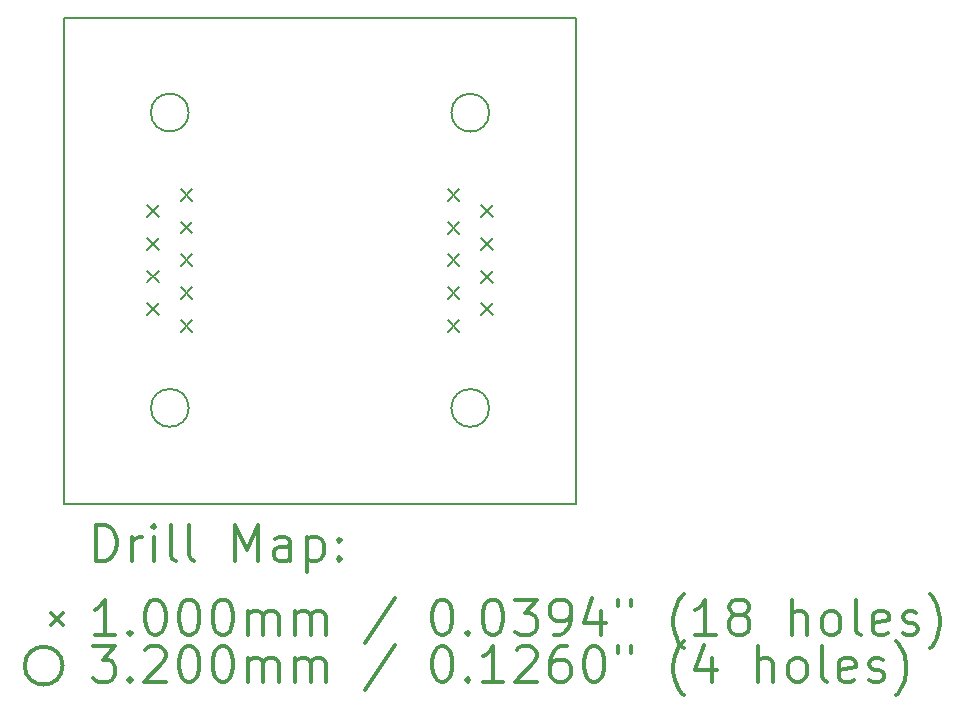
<source format=gbr>
%FSLAX45Y45*%
G04 Gerber Fmt 4.5, Leading zero omitted, Abs format (unit mm)*
G04 Created by KiCad (PCBNEW 5.1.10-88a1d61d58~88~ubuntu20.04.1) date 2021-05-09 22:10:33*
%MOMM*%
%LPD*%
G01*
G04 APERTURE LIST*
%TA.AperFunction,Profile*%
%ADD10C,0.200000*%
%TD*%
%ADD11C,0.200000*%
%ADD12C,0.300000*%
G04 APERTURE END LIST*
D10*
X11960000Y-7620000D02*
X11960000Y-3500000D01*
X16300000Y-7620000D02*
X11960000Y-7620000D01*
X16300000Y-3500000D02*
X16300000Y-7620000D01*
X11960000Y-3500000D02*
X16300000Y-3500000D01*
D11*
X12666000Y-5087500D02*
X12766000Y-5187500D01*
X12766000Y-5087500D02*
X12666000Y-5187500D01*
X12666000Y-5364500D02*
X12766000Y-5464500D01*
X12766000Y-5364500D02*
X12666000Y-5464500D01*
X12666000Y-5641500D02*
X12766000Y-5741500D01*
X12766000Y-5641500D02*
X12666000Y-5741500D01*
X12666000Y-5918500D02*
X12766000Y-6018500D01*
X12766000Y-5918500D02*
X12666000Y-6018500D01*
X12950000Y-4949000D02*
X13050000Y-5049000D01*
X13050000Y-4949000D02*
X12950000Y-5049000D01*
X12950000Y-5226000D02*
X13050000Y-5326000D01*
X13050000Y-5226000D02*
X12950000Y-5326000D01*
X12950000Y-5503000D02*
X13050000Y-5603000D01*
X13050000Y-5503000D02*
X12950000Y-5603000D01*
X12950000Y-5780000D02*
X13050000Y-5880000D01*
X13050000Y-5780000D02*
X12950000Y-5880000D01*
X12950000Y-6057000D02*
X13050000Y-6157000D01*
X13050000Y-6057000D02*
X12950000Y-6157000D01*
X15210000Y-4950000D02*
X15310000Y-5050000D01*
X15310000Y-4950000D02*
X15210000Y-5050000D01*
X15210000Y-5227000D02*
X15310000Y-5327000D01*
X15310000Y-5227000D02*
X15210000Y-5327000D01*
X15210000Y-5504000D02*
X15310000Y-5604000D01*
X15310000Y-5504000D02*
X15210000Y-5604000D01*
X15210000Y-5781000D02*
X15310000Y-5881000D01*
X15310000Y-5781000D02*
X15210000Y-5881000D01*
X15210000Y-6058000D02*
X15310000Y-6158000D01*
X15310000Y-6058000D02*
X15210000Y-6158000D01*
X15494000Y-5088500D02*
X15594000Y-5188500D01*
X15594000Y-5088500D02*
X15494000Y-5188500D01*
X15494000Y-5365500D02*
X15594000Y-5465500D01*
X15594000Y-5365500D02*
X15494000Y-5465500D01*
X15494000Y-5642500D02*
X15594000Y-5742500D01*
X15594000Y-5642500D02*
X15494000Y-5742500D01*
X15494000Y-5919500D02*
X15594000Y-6019500D01*
X15594000Y-5919500D02*
X15494000Y-6019500D01*
X13018000Y-4303000D02*
G75*
G03*
X13018000Y-4303000I-160000J0D01*
G01*
X13018000Y-6803000D02*
G75*
G03*
X13018000Y-6803000I-160000J0D01*
G01*
X15562000Y-4304000D02*
G75*
G03*
X15562000Y-4304000I-160000J0D01*
G01*
X15562000Y-6804000D02*
G75*
G03*
X15562000Y-6804000I-160000J0D01*
G01*
D12*
X12236428Y-8095714D02*
X12236428Y-7795714D01*
X12307857Y-7795714D01*
X12350714Y-7810000D01*
X12379286Y-7838571D01*
X12393571Y-7867143D01*
X12407857Y-7924286D01*
X12407857Y-7967143D01*
X12393571Y-8024286D01*
X12379286Y-8052857D01*
X12350714Y-8081429D01*
X12307857Y-8095714D01*
X12236428Y-8095714D01*
X12536428Y-8095714D02*
X12536428Y-7895714D01*
X12536428Y-7952857D02*
X12550714Y-7924286D01*
X12565000Y-7910000D01*
X12593571Y-7895714D01*
X12622143Y-7895714D01*
X12722143Y-8095714D02*
X12722143Y-7895714D01*
X12722143Y-7795714D02*
X12707857Y-7810000D01*
X12722143Y-7824286D01*
X12736428Y-7810000D01*
X12722143Y-7795714D01*
X12722143Y-7824286D01*
X12907857Y-8095714D02*
X12879286Y-8081429D01*
X12865000Y-8052857D01*
X12865000Y-7795714D01*
X13065000Y-8095714D02*
X13036428Y-8081429D01*
X13022143Y-8052857D01*
X13022143Y-7795714D01*
X13407857Y-8095714D02*
X13407857Y-7795714D01*
X13507857Y-8010000D01*
X13607857Y-7795714D01*
X13607857Y-8095714D01*
X13879286Y-8095714D02*
X13879286Y-7938571D01*
X13865000Y-7910000D01*
X13836428Y-7895714D01*
X13779286Y-7895714D01*
X13750714Y-7910000D01*
X13879286Y-8081429D02*
X13850714Y-8095714D01*
X13779286Y-8095714D01*
X13750714Y-8081429D01*
X13736428Y-8052857D01*
X13736428Y-8024286D01*
X13750714Y-7995714D01*
X13779286Y-7981429D01*
X13850714Y-7981429D01*
X13879286Y-7967143D01*
X14022143Y-7895714D02*
X14022143Y-8195714D01*
X14022143Y-7910000D02*
X14050714Y-7895714D01*
X14107857Y-7895714D01*
X14136428Y-7910000D01*
X14150714Y-7924286D01*
X14165000Y-7952857D01*
X14165000Y-8038571D01*
X14150714Y-8067143D01*
X14136428Y-8081429D01*
X14107857Y-8095714D01*
X14050714Y-8095714D01*
X14022143Y-8081429D01*
X14293571Y-8067143D02*
X14307857Y-8081429D01*
X14293571Y-8095714D01*
X14279286Y-8081429D01*
X14293571Y-8067143D01*
X14293571Y-8095714D01*
X14293571Y-7910000D02*
X14307857Y-7924286D01*
X14293571Y-7938571D01*
X14279286Y-7924286D01*
X14293571Y-7910000D01*
X14293571Y-7938571D01*
X11850000Y-8540000D02*
X11950000Y-8640000D01*
X11950000Y-8540000D02*
X11850000Y-8640000D01*
X12393571Y-8725714D02*
X12222143Y-8725714D01*
X12307857Y-8725714D02*
X12307857Y-8425714D01*
X12279286Y-8468572D01*
X12250714Y-8497143D01*
X12222143Y-8511429D01*
X12522143Y-8697143D02*
X12536428Y-8711429D01*
X12522143Y-8725714D01*
X12507857Y-8711429D01*
X12522143Y-8697143D01*
X12522143Y-8725714D01*
X12722143Y-8425714D02*
X12750714Y-8425714D01*
X12779286Y-8440000D01*
X12793571Y-8454286D01*
X12807857Y-8482857D01*
X12822143Y-8540000D01*
X12822143Y-8611429D01*
X12807857Y-8668572D01*
X12793571Y-8697143D01*
X12779286Y-8711429D01*
X12750714Y-8725714D01*
X12722143Y-8725714D01*
X12693571Y-8711429D01*
X12679286Y-8697143D01*
X12665000Y-8668572D01*
X12650714Y-8611429D01*
X12650714Y-8540000D01*
X12665000Y-8482857D01*
X12679286Y-8454286D01*
X12693571Y-8440000D01*
X12722143Y-8425714D01*
X13007857Y-8425714D02*
X13036428Y-8425714D01*
X13065000Y-8440000D01*
X13079286Y-8454286D01*
X13093571Y-8482857D01*
X13107857Y-8540000D01*
X13107857Y-8611429D01*
X13093571Y-8668572D01*
X13079286Y-8697143D01*
X13065000Y-8711429D01*
X13036428Y-8725714D01*
X13007857Y-8725714D01*
X12979286Y-8711429D01*
X12965000Y-8697143D01*
X12950714Y-8668572D01*
X12936428Y-8611429D01*
X12936428Y-8540000D01*
X12950714Y-8482857D01*
X12965000Y-8454286D01*
X12979286Y-8440000D01*
X13007857Y-8425714D01*
X13293571Y-8425714D02*
X13322143Y-8425714D01*
X13350714Y-8440000D01*
X13365000Y-8454286D01*
X13379286Y-8482857D01*
X13393571Y-8540000D01*
X13393571Y-8611429D01*
X13379286Y-8668572D01*
X13365000Y-8697143D01*
X13350714Y-8711429D01*
X13322143Y-8725714D01*
X13293571Y-8725714D01*
X13265000Y-8711429D01*
X13250714Y-8697143D01*
X13236428Y-8668572D01*
X13222143Y-8611429D01*
X13222143Y-8540000D01*
X13236428Y-8482857D01*
X13250714Y-8454286D01*
X13265000Y-8440000D01*
X13293571Y-8425714D01*
X13522143Y-8725714D02*
X13522143Y-8525714D01*
X13522143Y-8554286D02*
X13536428Y-8540000D01*
X13565000Y-8525714D01*
X13607857Y-8525714D01*
X13636428Y-8540000D01*
X13650714Y-8568572D01*
X13650714Y-8725714D01*
X13650714Y-8568572D02*
X13665000Y-8540000D01*
X13693571Y-8525714D01*
X13736428Y-8525714D01*
X13765000Y-8540000D01*
X13779286Y-8568572D01*
X13779286Y-8725714D01*
X13922143Y-8725714D02*
X13922143Y-8525714D01*
X13922143Y-8554286D02*
X13936428Y-8540000D01*
X13965000Y-8525714D01*
X14007857Y-8525714D01*
X14036428Y-8540000D01*
X14050714Y-8568572D01*
X14050714Y-8725714D01*
X14050714Y-8568572D02*
X14065000Y-8540000D01*
X14093571Y-8525714D01*
X14136428Y-8525714D01*
X14165000Y-8540000D01*
X14179286Y-8568572D01*
X14179286Y-8725714D01*
X14765000Y-8411429D02*
X14507857Y-8797143D01*
X15150714Y-8425714D02*
X15179286Y-8425714D01*
X15207857Y-8440000D01*
X15222143Y-8454286D01*
X15236428Y-8482857D01*
X15250714Y-8540000D01*
X15250714Y-8611429D01*
X15236428Y-8668572D01*
X15222143Y-8697143D01*
X15207857Y-8711429D01*
X15179286Y-8725714D01*
X15150714Y-8725714D01*
X15122143Y-8711429D01*
X15107857Y-8697143D01*
X15093571Y-8668572D01*
X15079286Y-8611429D01*
X15079286Y-8540000D01*
X15093571Y-8482857D01*
X15107857Y-8454286D01*
X15122143Y-8440000D01*
X15150714Y-8425714D01*
X15379286Y-8697143D02*
X15393571Y-8711429D01*
X15379286Y-8725714D01*
X15365000Y-8711429D01*
X15379286Y-8697143D01*
X15379286Y-8725714D01*
X15579286Y-8425714D02*
X15607857Y-8425714D01*
X15636428Y-8440000D01*
X15650714Y-8454286D01*
X15665000Y-8482857D01*
X15679286Y-8540000D01*
X15679286Y-8611429D01*
X15665000Y-8668572D01*
X15650714Y-8697143D01*
X15636428Y-8711429D01*
X15607857Y-8725714D01*
X15579286Y-8725714D01*
X15550714Y-8711429D01*
X15536428Y-8697143D01*
X15522143Y-8668572D01*
X15507857Y-8611429D01*
X15507857Y-8540000D01*
X15522143Y-8482857D01*
X15536428Y-8454286D01*
X15550714Y-8440000D01*
X15579286Y-8425714D01*
X15779286Y-8425714D02*
X15965000Y-8425714D01*
X15865000Y-8540000D01*
X15907857Y-8540000D01*
X15936428Y-8554286D01*
X15950714Y-8568572D01*
X15965000Y-8597143D01*
X15965000Y-8668572D01*
X15950714Y-8697143D01*
X15936428Y-8711429D01*
X15907857Y-8725714D01*
X15822143Y-8725714D01*
X15793571Y-8711429D01*
X15779286Y-8697143D01*
X16107857Y-8725714D02*
X16165000Y-8725714D01*
X16193571Y-8711429D01*
X16207857Y-8697143D01*
X16236428Y-8654286D01*
X16250714Y-8597143D01*
X16250714Y-8482857D01*
X16236428Y-8454286D01*
X16222143Y-8440000D01*
X16193571Y-8425714D01*
X16136428Y-8425714D01*
X16107857Y-8440000D01*
X16093571Y-8454286D01*
X16079286Y-8482857D01*
X16079286Y-8554286D01*
X16093571Y-8582857D01*
X16107857Y-8597143D01*
X16136428Y-8611429D01*
X16193571Y-8611429D01*
X16222143Y-8597143D01*
X16236428Y-8582857D01*
X16250714Y-8554286D01*
X16507857Y-8525714D02*
X16507857Y-8725714D01*
X16436428Y-8411429D02*
X16365000Y-8625714D01*
X16550714Y-8625714D01*
X16650714Y-8425714D02*
X16650714Y-8482857D01*
X16765000Y-8425714D02*
X16765000Y-8482857D01*
X17207857Y-8840000D02*
X17193571Y-8825714D01*
X17165000Y-8782857D01*
X17150714Y-8754286D01*
X17136428Y-8711429D01*
X17122143Y-8640000D01*
X17122143Y-8582857D01*
X17136428Y-8511429D01*
X17150714Y-8468572D01*
X17165000Y-8440000D01*
X17193571Y-8397143D01*
X17207857Y-8382857D01*
X17479286Y-8725714D02*
X17307857Y-8725714D01*
X17393571Y-8725714D02*
X17393571Y-8425714D01*
X17365000Y-8468572D01*
X17336428Y-8497143D01*
X17307857Y-8511429D01*
X17650714Y-8554286D02*
X17622143Y-8540000D01*
X17607857Y-8525714D01*
X17593571Y-8497143D01*
X17593571Y-8482857D01*
X17607857Y-8454286D01*
X17622143Y-8440000D01*
X17650714Y-8425714D01*
X17707857Y-8425714D01*
X17736428Y-8440000D01*
X17750714Y-8454286D01*
X17765000Y-8482857D01*
X17765000Y-8497143D01*
X17750714Y-8525714D01*
X17736428Y-8540000D01*
X17707857Y-8554286D01*
X17650714Y-8554286D01*
X17622143Y-8568572D01*
X17607857Y-8582857D01*
X17593571Y-8611429D01*
X17593571Y-8668572D01*
X17607857Y-8697143D01*
X17622143Y-8711429D01*
X17650714Y-8725714D01*
X17707857Y-8725714D01*
X17736428Y-8711429D01*
X17750714Y-8697143D01*
X17765000Y-8668572D01*
X17765000Y-8611429D01*
X17750714Y-8582857D01*
X17736428Y-8568572D01*
X17707857Y-8554286D01*
X18122143Y-8725714D02*
X18122143Y-8425714D01*
X18250714Y-8725714D02*
X18250714Y-8568572D01*
X18236428Y-8540000D01*
X18207857Y-8525714D01*
X18165000Y-8525714D01*
X18136428Y-8540000D01*
X18122143Y-8554286D01*
X18436428Y-8725714D02*
X18407857Y-8711429D01*
X18393571Y-8697143D01*
X18379286Y-8668572D01*
X18379286Y-8582857D01*
X18393571Y-8554286D01*
X18407857Y-8540000D01*
X18436428Y-8525714D01*
X18479286Y-8525714D01*
X18507857Y-8540000D01*
X18522143Y-8554286D01*
X18536428Y-8582857D01*
X18536428Y-8668572D01*
X18522143Y-8697143D01*
X18507857Y-8711429D01*
X18479286Y-8725714D01*
X18436428Y-8725714D01*
X18707857Y-8725714D02*
X18679286Y-8711429D01*
X18665000Y-8682857D01*
X18665000Y-8425714D01*
X18936428Y-8711429D02*
X18907857Y-8725714D01*
X18850714Y-8725714D01*
X18822143Y-8711429D01*
X18807857Y-8682857D01*
X18807857Y-8568572D01*
X18822143Y-8540000D01*
X18850714Y-8525714D01*
X18907857Y-8525714D01*
X18936428Y-8540000D01*
X18950714Y-8568572D01*
X18950714Y-8597143D01*
X18807857Y-8625714D01*
X19065000Y-8711429D02*
X19093571Y-8725714D01*
X19150714Y-8725714D01*
X19179286Y-8711429D01*
X19193571Y-8682857D01*
X19193571Y-8668572D01*
X19179286Y-8640000D01*
X19150714Y-8625714D01*
X19107857Y-8625714D01*
X19079286Y-8611429D01*
X19065000Y-8582857D01*
X19065000Y-8568572D01*
X19079286Y-8540000D01*
X19107857Y-8525714D01*
X19150714Y-8525714D01*
X19179286Y-8540000D01*
X19293571Y-8840000D02*
X19307857Y-8825714D01*
X19336428Y-8782857D01*
X19350714Y-8754286D01*
X19365000Y-8711429D01*
X19379286Y-8640000D01*
X19379286Y-8582857D01*
X19365000Y-8511429D01*
X19350714Y-8468572D01*
X19336428Y-8440000D01*
X19307857Y-8397143D01*
X19293571Y-8382857D01*
X11950000Y-8986000D02*
G75*
G03*
X11950000Y-8986000I-160000J0D01*
G01*
X12207857Y-8821714D02*
X12393571Y-8821714D01*
X12293571Y-8936000D01*
X12336428Y-8936000D01*
X12365000Y-8950286D01*
X12379286Y-8964572D01*
X12393571Y-8993143D01*
X12393571Y-9064572D01*
X12379286Y-9093143D01*
X12365000Y-9107429D01*
X12336428Y-9121714D01*
X12250714Y-9121714D01*
X12222143Y-9107429D01*
X12207857Y-9093143D01*
X12522143Y-9093143D02*
X12536428Y-9107429D01*
X12522143Y-9121714D01*
X12507857Y-9107429D01*
X12522143Y-9093143D01*
X12522143Y-9121714D01*
X12650714Y-8850286D02*
X12665000Y-8836000D01*
X12693571Y-8821714D01*
X12765000Y-8821714D01*
X12793571Y-8836000D01*
X12807857Y-8850286D01*
X12822143Y-8878857D01*
X12822143Y-8907429D01*
X12807857Y-8950286D01*
X12636428Y-9121714D01*
X12822143Y-9121714D01*
X13007857Y-8821714D02*
X13036428Y-8821714D01*
X13065000Y-8836000D01*
X13079286Y-8850286D01*
X13093571Y-8878857D01*
X13107857Y-8936000D01*
X13107857Y-9007429D01*
X13093571Y-9064572D01*
X13079286Y-9093143D01*
X13065000Y-9107429D01*
X13036428Y-9121714D01*
X13007857Y-9121714D01*
X12979286Y-9107429D01*
X12965000Y-9093143D01*
X12950714Y-9064572D01*
X12936428Y-9007429D01*
X12936428Y-8936000D01*
X12950714Y-8878857D01*
X12965000Y-8850286D01*
X12979286Y-8836000D01*
X13007857Y-8821714D01*
X13293571Y-8821714D02*
X13322143Y-8821714D01*
X13350714Y-8836000D01*
X13365000Y-8850286D01*
X13379286Y-8878857D01*
X13393571Y-8936000D01*
X13393571Y-9007429D01*
X13379286Y-9064572D01*
X13365000Y-9093143D01*
X13350714Y-9107429D01*
X13322143Y-9121714D01*
X13293571Y-9121714D01*
X13265000Y-9107429D01*
X13250714Y-9093143D01*
X13236428Y-9064572D01*
X13222143Y-9007429D01*
X13222143Y-8936000D01*
X13236428Y-8878857D01*
X13250714Y-8850286D01*
X13265000Y-8836000D01*
X13293571Y-8821714D01*
X13522143Y-9121714D02*
X13522143Y-8921714D01*
X13522143Y-8950286D02*
X13536428Y-8936000D01*
X13565000Y-8921714D01*
X13607857Y-8921714D01*
X13636428Y-8936000D01*
X13650714Y-8964572D01*
X13650714Y-9121714D01*
X13650714Y-8964572D02*
X13665000Y-8936000D01*
X13693571Y-8921714D01*
X13736428Y-8921714D01*
X13765000Y-8936000D01*
X13779286Y-8964572D01*
X13779286Y-9121714D01*
X13922143Y-9121714D02*
X13922143Y-8921714D01*
X13922143Y-8950286D02*
X13936428Y-8936000D01*
X13965000Y-8921714D01*
X14007857Y-8921714D01*
X14036428Y-8936000D01*
X14050714Y-8964572D01*
X14050714Y-9121714D01*
X14050714Y-8964572D02*
X14065000Y-8936000D01*
X14093571Y-8921714D01*
X14136428Y-8921714D01*
X14165000Y-8936000D01*
X14179286Y-8964572D01*
X14179286Y-9121714D01*
X14765000Y-8807429D02*
X14507857Y-9193143D01*
X15150714Y-8821714D02*
X15179286Y-8821714D01*
X15207857Y-8836000D01*
X15222143Y-8850286D01*
X15236428Y-8878857D01*
X15250714Y-8936000D01*
X15250714Y-9007429D01*
X15236428Y-9064572D01*
X15222143Y-9093143D01*
X15207857Y-9107429D01*
X15179286Y-9121714D01*
X15150714Y-9121714D01*
X15122143Y-9107429D01*
X15107857Y-9093143D01*
X15093571Y-9064572D01*
X15079286Y-9007429D01*
X15079286Y-8936000D01*
X15093571Y-8878857D01*
X15107857Y-8850286D01*
X15122143Y-8836000D01*
X15150714Y-8821714D01*
X15379286Y-9093143D02*
X15393571Y-9107429D01*
X15379286Y-9121714D01*
X15365000Y-9107429D01*
X15379286Y-9093143D01*
X15379286Y-9121714D01*
X15679286Y-9121714D02*
X15507857Y-9121714D01*
X15593571Y-9121714D02*
X15593571Y-8821714D01*
X15565000Y-8864572D01*
X15536428Y-8893143D01*
X15507857Y-8907429D01*
X15793571Y-8850286D02*
X15807857Y-8836000D01*
X15836428Y-8821714D01*
X15907857Y-8821714D01*
X15936428Y-8836000D01*
X15950714Y-8850286D01*
X15965000Y-8878857D01*
X15965000Y-8907429D01*
X15950714Y-8950286D01*
X15779286Y-9121714D01*
X15965000Y-9121714D01*
X16222143Y-8821714D02*
X16165000Y-8821714D01*
X16136428Y-8836000D01*
X16122143Y-8850286D01*
X16093571Y-8893143D01*
X16079286Y-8950286D01*
X16079286Y-9064572D01*
X16093571Y-9093143D01*
X16107857Y-9107429D01*
X16136428Y-9121714D01*
X16193571Y-9121714D01*
X16222143Y-9107429D01*
X16236428Y-9093143D01*
X16250714Y-9064572D01*
X16250714Y-8993143D01*
X16236428Y-8964572D01*
X16222143Y-8950286D01*
X16193571Y-8936000D01*
X16136428Y-8936000D01*
X16107857Y-8950286D01*
X16093571Y-8964572D01*
X16079286Y-8993143D01*
X16436428Y-8821714D02*
X16465000Y-8821714D01*
X16493571Y-8836000D01*
X16507857Y-8850286D01*
X16522143Y-8878857D01*
X16536428Y-8936000D01*
X16536428Y-9007429D01*
X16522143Y-9064572D01*
X16507857Y-9093143D01*
X16493571Y-9107429D01*
X16465000Y-9121714D01*
X16436428Y-9121714D01*
X16407857Y-9107429D01*
X16393571Y-9093143D01*
X16379286Y-9064572D01*
X16365000Y-9007429D01*
X16365000Y-8936000D01*
X16379286Y-8878857D01*
X16393571Y-8850286D01*
X16407857Y-8836000D01*
X16436428Y-8821714D01*
X16650714Y-8821714D02*
X16650714Y-8878857D01*
X16765000Y-8821714D02*
X16765000Y-8878857D01*
X17207857Y-9236000D02*
X17193571Y-9221714D01*
X17165000Y-9178857D01*
X17150714Y-9150286D01*
X17136428Y-9107429D01*
X17122143Y-9036000D01*
X17122143Y-8978857D01*
X17136428Y-8907429D01*
X17150714Y-8864572D01*
X17165000Y-8836000D01*
X17193571Y-8793143D01*
X17207857Y-8778857D01*
X17450714Y-8921714D02*
X17450714Y-9121714D01*
X17379286Y-8807429D02*
X17307857Y-9021714D01*
X17493571Y-9021714D01*
X17836428Y-9121714D02*
X17836428Y-8821714D01*
X17965000Y-9121714D02*
X17965000Y-8964572D01*
X17950714Y-8936000D01*
X17922143Y-8921714D01*
X17879286Y-8921714D01*
X17850714Y-8936000D01*
X17836428Y-8950286D01*
X18150714Y-9121714D02*
X18122143Y-9107429D01*
X18107857Y-9093143D01*
X18093571Y-9064572D01*
X18093571Y-8978857D01*
X18107857Y-8950286D01*
X18122143Y-8936000D01*
X18150714Y-8921714D01*
X18193571Y-8921714D01*
X18222143Y-8936000D01*
X18236428Y-8950286D01*
X18250714Y-8978857D01*
X18250714Y-9064572D01*
X18236428Y-9093143D01*
X18222143Y-9107429D01*
X18193571Y-9121714D01*
X18150714Y-9121714D01*
X18422143Y-9121714D02*
X18393571Y-9107429D01*
X18379286Y-9078857D01*
X18379286Y-8821714D01*
X18650714Y-9107429D02*
X18622143Y-9121714D01*
X18565000Y-9121714D01*
X18536428Y-9107429D01*
X18522143Y-9078857D01*
X18522143Y-8964572D01*
X18536428Y-8936000D01*
X18565000Y-8921714D01*
X18622143Y-8921714D01*
X18650714Y-8936000D01*
X18665000Y-8964572D01*
X18665000Y-8993143D01*
X18522143Y-9021714D01*
X18779286Y-9107429D02*
X18807857Y-9121714D01*
X18865000Y-9121714D01*
X18893571Y-9107429D01*
X18907857Y-9078857D01*
X18907857Y-9064572D01*
X18893571Y-9036000D01*
X18865000Y-9021714D01*
X18822143Y-9021714D01*
X18793571Y-9007429D01*
X18779286Y-8978857D01*
X18779286Y-8964572D01*
X18793571Y-8936000D01*
X18822143Y-8921714D01*
X18865000Y-8921714D01*
X18893571Y-8936000D01*
X19007857Y-9236000D02*
X19022143Y-9221714D01*
X19050714Y-9178857D01*
X19065000Y-9150286D01*
X19079286Y-9107429D01*
X19093571Y-9036000D01*
X19093571Y-8978857D01*
X19079286Y-8907429D01*
X19065000Y-8864572D01*
X19050714Y-8836000D01*
X19022143Y-8793143D01*
X19007857Y-8778857D01*
M02*

</source>
